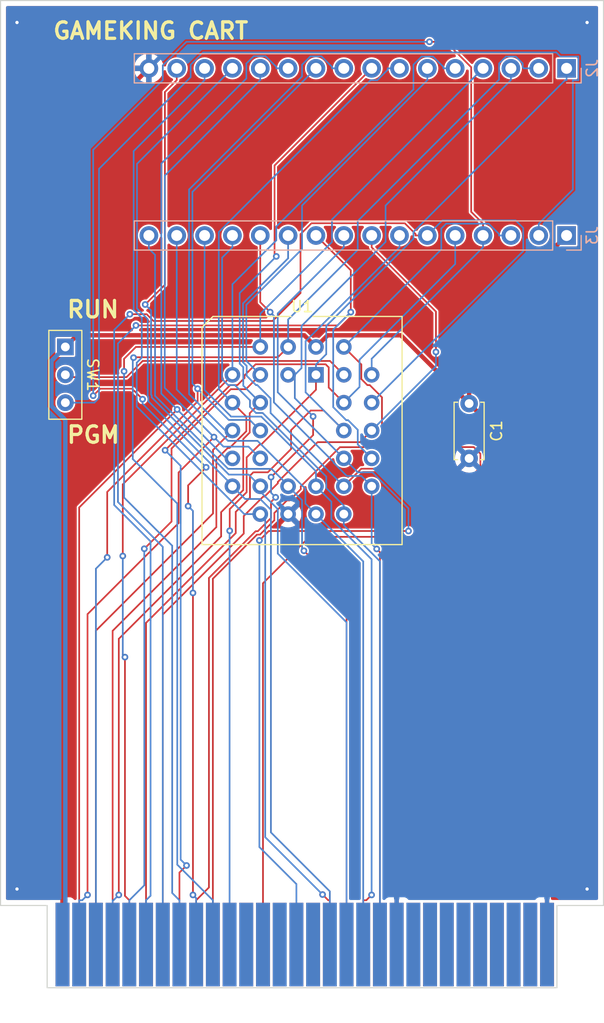
<source format=kicad_pcb>
(kicad_pcb (version 20221018) (generator pcbnew)
  (layers (0 "F.Cu" signal) (31 "B.Cu" signal) (34 "B.Paste" user) (35 "F.Paste" user) (36 "B.SilkS" user "B.Silkscreen") (37 "F.SilkS" user "F.Silkscreen") (38 "B.Mask" user) (39 "F.Mask" user) (44 "Edge.Cuts" user))
  (net 0 "")
  (net 1 "+5V")
  (net 2 "GND")
  (net 11 "D7")
  (net 12 "D5")
  (net 13 "D3")
  (net 14 "D1")
  (net 18 "~{CE}")
  (net 21 "A17")
  (net 22 "A15")
  (net 23 "A13")
  (net 24 "A11")
  (net 25 "A9")
  (net 26 "A7")
  (net 27 "A5")
  (net 28 "A3")
  (net 29 "A1")
  (net 30 "A18")
  (net 31 "A16")
  (net 32 "A12")
  (net 33 "A6")
  (net 34 "A4")
  (net 35 "A2")
  (net 36 "A0")
  (net 37 "D0")
  (net 38 "D2")
  (net 39 "~{PGM}")
  (net 40 "A14")
  (net 41 "A8")
  (net 42 "~{OE}")
  (net 43 "A10")
  (net 44 "D6")
  (net 45 "D4")
  (net 58 "Net-(SW1-B)")
  (footprint "Package_LCC:PLCC-32_THT-Socket" (layer "F.Cu") (at 151.27 94.12)
    (fp_text reference "U1")
    (fp_text value "SST39SF040")
  )
  (footprint "footprints:GameKing" (layer "F.Cu") (at 150.248 149.873)
    (fp_text reference "J1" hide)
    (fp_text value "~")
  )
  (footprint "Capacitor_THT:C_Disc_D5.0mm_W2.5mm_P5.00mm" (layer "F.Cu") (at 165.24 96.74 -90)
    (fp_text reference "C1")
    (fp_text value "0.01uF")
  )
  (footprint "footprints:SlideSW" (layer "F.Cu") (at 128.41 94.12 -90)
    (fp_text reference "SW1")
    (fp_text value "SS-12D00G3")
  )
  (footprint "Connector_PinHeader_2.54mm:PinHeader_1x16_P2.54mm_Vertical" (layer "B.Cu") (at 174.13 81.42 90)
    (fp_text reference "J3")
    (fp_text value "Conn_01x16_Pin" hide)
  )
  (footprint "Connector_PinHeader_2.54mm:PinHeader_1x16_P2.54mm_Vertical" (layer "B.Cu") (at 174.13 66.18 90)
    (fp_text reference "J2")
    (fp_text value "Conn_01x16_Pin" hide)
  )
  (gr_line (start 126.75 150) (end 126.75 142.5) (stroke (width 0.1)) (layer "Edge.Cuts"))
  (gr_line (start 122.5 60) (end 177.5 60) (stroke (width 0.1)) (layer "Edge.Cuts"))
  (gr_line (start 177.5 60) (end 177.5 142.5) (stroke (width 0.1)) (layer "Edge.Cuts"))
  (gr_line (start 177.5 142.5) (end 173.25 142.5) (stroke (width 0.1)) (layer "Edge.Cuts"))
  (gr_line (start 126.75 142.5) (end 122.5 142.5) (stroke (width 0.1)) (layer "Edge.Cuts"))
  (gr_line (start 122.5 142.5) (end 122.5 60) (stroke (width 0.1)) (layer "Edge.Cuts"))
  (gr_line (start 173.25 150) (end 126.75 150) (stroke (width 0.1)) (layer "Edge.Cuts"))
  (gr_line (start 173.25 142.5) (end 173.25 150) (stroke (width 0.1)) (layer "Edge.Cuts"))
  (gr_text "PGM" (at 128.41 100.47) (layer "F.SilkS") (effects (font (size 1.5 1.5) (thickness 0.3) bold) (justify left bottom)))
  (gr_text "GAMEKING CART" (at 127.14 63.64) (layer "F.SilkS") (effects (font (size 1.5 1.5) (thickness 0.3) bold) (justify left bottom)))
  (gr_text "RUN" (at 128.41 89.04) (layer "F.SilkS") (effects (font (size 1.5 1.5) (thickness 0.3) bold) (justify left bottom)))
  (segment (start 165.24 96.74) (end 165.24 90.31) (width 0.4) (layer "F.Cu") (net 1))
  (segment (start 172.346 103.846) (end 165.24 96.74) (width 0.4) (layer "F.Cu") (net 1))
  (segment (start 172.346 146.063) (end 172.346 139.326) (width 0.4) (layer "F.Cu") (net 1))
  (segment (start 129.474 90.5164) (end 150.206 90.5164) (width 0.4) (layer "F.Cu") (net 1))
  (segment (start 165.24 90.31) (end 174.13 81.42) (width 0.4) (layer "F.Cu") (net 1))
  (segment (start 158.89 139.205) (end 158.63 139.465) (width 0.4) (layer "F.Cu") (net 1))
  (segment (start 152.334 90.5164) (end 159.016 90.5164) (width 0.4) (layer "F.Cu") (net 1))
  (segment (start 172.346 146.063) (end 172.346 139.326) (width 0.4) (layer "F.Cu") (net 1))
  (segment (start 158.63 139.465) (end 158.63 146.063) (width 0.4) (layer "F.Cu") (net 1))
  (segment (start 172.346 139.326) (end 172.346 103.846) (width 0.4) (layer "F.Cu") (net 1))
  (segment (start 172.225 139.205) (end 158.89 139.205) (width 0.4) (layer "F.Cu") (net 1))
  (segment (start 159.016 90.5164) (end 165.24 96.74) (width 0.4) (layer "F.Cu") (net 1))
  (segment (start 150.206 90.5164) (end 151.27 91.58) (width 0.4) (layer "F.Cu") (net 1))
  (segment (start 128.41 91.58) (end 129.474 90.5164) (width 0.4) (layer "F.Cu") (net 1))
  (segment (start 151.27 91.58) (end 152.334 90.5164) (width 0.4) (layer "F.Cu") (net 1))
  (segment (start 172.346 139.326) (end 172.225 139.205) (width 0.4) (layer "F.Cu") (net 1))
  (segment (start 127.14 96.966) (end 127.14 92.85) (width 0.4) (layer "B.Cu") (net 1))
  (segment (start 127.14 92.85) (end 128.41 91.58) (width 0.4) (layer "B.Cu") (net 1))
  (segment (start 128.41 98.236) (end 127.14 96.966) (width 0.4) (layer "B.Cu") (net 1))
  (segment (start 128.41 145.803) (end 128.41 98.236) (width 0.4) (layer "B.Cu") (net 1))
  (segment (start 128.15 146.063) (end 128.41 145.803) (width 0.4) (layer "B.Cu") (net 1))
  (segment (start 159.096 107.884) (end 149.794 107.884) (width 0.4) (layer "F.Cu") (net 2))
  (segment (start 127.296 126.546) (end 128.15 127.4) (width 0.4) (layer "F.Cu") (net 2))
  (segment (start 165.24 101.74) (end 159.096 107.884) (width 0.4) (layer "F.Cu") (net 2))
  (segment (start 128.15 127.4) (end 128.15 146.063) (width 0.4) (layer "F.Cu") (net 2))
  (segment (start 149.794 107.884) (end 148.73 106.82) (width 0.4) (layer "F.Cu") (net 2))
  (segment (start 127.296 74.9144) (end 127.296 126.546) (width 0.4) (layer "F.Cu") (net 2))
  (segment (start 136.03 66.18) (end 127.296 74.9144) (width 0.4) (layer "F.Cu") (net 2))
  (via (at 124 141) (size 0.605) (drill 0.3) (layers "F.Cu" "B.Cu") (net 2))
  (via (at 124 62) (size 0.605) (drill 0.3) (layers "F.Cu" "B.Cu") (net 2))
  (via (at 176 141) (size 0.605) (drill 0.3) (layers "F.Cu" "B.Cu") (net 2))
  (via (at 176 62) (size 0.605) (drill 0.3) (layers "F.Cu" "B.Cu") (net 2))
  (segment (start 172.225 139.205) (end 158.89 139.205) (width 0.4) (layer "B.Cu") (net 2))
  (segment (start 176.035 90.945) (end 165.24 101.74) (width 0.4) (layer "B.Cu") (net 2))
  (segment (start 136.03 66.18) (end 139.84 62.37) (width 0.4) (layer "B.Cu") (net 2))
  (segment (start 172.346 139.326) (end 172.346 108.846) (width 0.4) (layer "B.Cu") (net 2))
  (segment (start 175.63 62.37) (end 176 62) (width 0.4) (layer "B.Cu") (net 2))
  (segment (start 172.346 146.063) (end 172.346 139.84) (width 0.4) (layer "B.Cu") (net 2))
  (segment (start 172.346 139.84) (end 172.346 139.326) (width 0.4) (layer "B.Cu") (net 2))
  (segment (start 158.89 139.205) (end 158.63 139.465) (width 0.4) (layer "B.Cu") (net 2))
  (segment (start 172.346 139.84) (end 172.346 139.326) (width 0.4) (layer "B.Cu") (net 2))
  (segment (start 176 62) (end 176.035 62.37) (width 0.4) (layer "B.Cu") (net 2))
  (segment (start 172.346 108.846) (end 165.24 101.74) (width 0.4) (layer "B.Cu") (net 2))
  (segment (start 172.346 139.326) (end 172.225 139.205) (width 0.4) (layer "B.Cu") (net 2))
  (segment (start 139.84 62.37) (end 175.63 62.37) (width 0.4) (layer "B.Cu") (net 2))
  (segment (start 176.035 62.37) (end 176.035 90.945) (width 0.4) (layer "B.Cu") (net 2))
  (segment (start 158.63 139.465) (end 158.63 146.063) (width 0.4) (layer "B.Cu") (net 2))
  (segment (start 146.19 81.42) (end 146.19 87.5024) (width 0.1524) (layer "F.Cu") (net 11))
  (segment (start 146.19 87.5024) (end 147.0926 88.405) (width 0.1524) (layer "F.Cu") (net 11))
  (segment (start 157.106 146.063) (end 157.106 110.2933) (width 0.1524) (layer "F.Cu") (net 11))
  (segment (start 157.106 110.2933) (end 156.8077 109.995) (width 0.1524) (layer "F.Cu") (net 11))
  (via (at 156.8077 109.995) (size 0.605) (drill 0.3) (layers "F.Cu" "B.Cu") (net 11))
  (via (at 147.0926 88.405) (size 0.605) (drill 0.3) (layers "F.Cu" "B.Cu") (net 11))
  (segment (start 154.081122 103.3402) (end 152.8702 102.129278) (width 0.1524) (layer "B.Cu") (net 11))
  (segment (start 156.35 104.28) (end 156.35 109.5373) (width 0.1524) (layer "B.Cu") (net 11))
  (segment (start 152.8702 102.0702) (end 147.4346 96.6346) (width 0.1524) (layer "B.Cu") (net 11))
  (segment (start 147.4346 96.6346) (end 147.4346 88.747) (width 0.1524) (layer "B.Cu") (net 11))
  (segment (start 156.35 104.28) (end 155.4102 103.3402) (width 0.1524) (layer "B.Cu") (net 11))
  (segment (start 152.8702 102.129278) (end 152.8702 102.0702) (width 0.1524) (layer "B.Cu") (net 11))
  (segment (start 155.4102 103.3402) (end 154.081122 103.3402) (width 0.1524) (layer "B.Cu") (net 11))
  (segment (start 147.4346 88.747) (end 147.0926 88.405) (width 0.1524) (layer "B.Cu") (net 11))
  (segment (start 156.35 109.5373) (end 156.8077 109.995) (width 0.1524) (layer "B.Cu") (net 11))
  (segment (start 156.344 141.5399) (end 155.8596 142.0243) (width 0.1524) (layer "F.Cu") (net 12))
  (segment (start 155.582 146.063) (end 155.582 142.0243) (width 0.1524) (layer "F.Cu") (net 12))
  (segment (start 155.8596 142.0243) (end 155.582 142.0243) (width 0.1524) (layer "F.Cu") (net 12))
  (via (at 156.344 141.5399) (size 0.605) (drill 0.3) (layers "F.Cu" "B.Cu") (net 12))
  (segment (start 151.27 104.28) (end 151.27 102.9171) (width 0.1524) (layer "B.Cu") (net 12))
  (segment (start 141.11 81.42) (end 141.11 82.4987) (width 0.1524) (layer "B.Cu") (net 12))
  (segment (start 143.5338 97.93) (end 141.11 95.5062) (width 0.1524) (layer "B.Cu") (net 12))
  (segment (start 151.27 104.28) (end 152.6749 105.6849) (width 0.1524) (layer "B.Cu") (net 12))
  (segment (start 152.6749 105.6849) (end 152.6749 107.2749) (width 0.1524) (layer "B.Cu") (net 12))
  (segment (start 152.6749 107.2749) (end 156.344 110.944) (width 0.1524) (layer "B.Cu") (net 12))
  (segment (start 146.2829 97.93) (end 143.5338 97.93) (width 0.1524) (layer "B.Cu") (net 12))
  (segment (start 151.27 102.9171) (end 146.2829 97.93) (width 0.1524) (layer "B.Cu") (net 12))
  (segment (start 156.344 110.944) (end 156.344 141.5399) (width 0.1524) (layer "B.Cu") (net 12))
  (segment (start 141.11 95.5062) (end 141.11 82.4987) (width 0.1524) (layer "B.Cu") (net 12))
  (segment (start 150.1715 110.1621) (end 154.058 114.0486) (width 0.1524) (layer "F.Cu") (net 13))
  (segment (start 154.058 114.0486) (end 154.058 146.063) (width 0.1524) (layer "F.Cu") (net 13))
  (via (at 150.1715 110.1621) (size 0.605) (drill 0.3) (layers "F.Cu" "B.Cu") (net 13))
  (segment (start 136.03 81.42) (end 136.03 82.622081) (width 0.1524) (layer "B.Cu") (net 13))
  (segment (start 150.0001 109.9907) (end 150.1715 110.1621) (width 0.1524) (layer "B.Cu") (net 13))
  (segment (start 136.592702 83.184783) (end 136.592702 96.032402) (width 0.1524) (layer "B.Cu") (net 13))
  (segment (start 143.2543 102.694) (end 147.2175 102.694) (width 0.1524) (layer "B.Cu") (net 13))
  (segment (start 148.73 104.2065) (end 148.73 104.28) (width 0.1524) (layer "B.Cu") (net 13))
  (segment (start 150.0001 105.5501) (end 150.0001 109.9907) (width 0.1524) (layer "B.Cu") (net 13))
  (segment (start 136.592702 96.032402) (end 143.2543 102.694) (width 0.1524) (layer "B.Cu") (net 13))
  (segment (start 148.73 104.28) (end 150.0001 105.5501) (width 0.1524) (layer "B.Cu") (net 13))
  (segment (start 136.03 82.622081) (end 136.592702 83.184783) (width 0.1524) (layer "B.Cu") (net 13))
  (segment (start 147.2175 102.694) (end 148.73 104.2065) (width 0.1524) (layer "B.Cu") (net 13))
  (segment (start 152.3914 142.0243) (end 152.534 142.0243) (width 0.1524) (layer "F.Cu") (net 14))
  (segment (start 151.8707 141.5036) (end 152.3914 142.0243) (width 0.1524) (layer "F.Cu") (net 14))
  (segment (start 152.534 146.063) (end 152.534 142.0243) (width 0.1524) (layer "F.Cu") (net 14))
  (via (at 151.8707 141.5036) (size 0.605) (drill 0.3) (layers "F.Cu" "B.Cu") (net 14))
  (segment (start 135.3809 88.9341) (end 134.6405 88.1937) (width 0.1524) (layer "B.Cu") (net 14))
  (segment (start 146.6418 136.2747) (end 151.8707 141.5036) (width 0.1524) (layer "B.Cu") (net 14))
  (segment (start 146.19 106.82) (end 146.6418 107.2718) (width 0.1524) (layer "B.Cu") (net 14))
  (segment (start 134.6405 88.1937) (end 134.6405 73.7282) (width 0.1524) (layer "B.Cu") (net 14))
  (segment (start 134.9229 97.0114) (end 134.9229 93.0148) (width 0.1524) (layer "B.Cu") (net 14))
  (segment (start 134.6405 73.7282) (end 141.11 67.2587) (width 0.1524) (layer "B.Cu") (net 14))
  (segment (start 146.6418 107.2718) (end 146.6418 136.2747) (width 0.1524) (layer "B.Cu") (net 14))
  (segment (start 146.19 106.82) (end 144.7315 106.82) (width 0.1524) (layer "B.Cu") (net 14))
  (segment (start 141.11 67.2587) (end 141.11 66.18) (width 0.1524) (layer "B.Cu") (net 14))
  (segment (start 134.9229 93.0148) (end 135.3809 92.5568) (width 0.1524) (layer "B.Cu") (net 14))
  (segment (start 135.3809 92.5568) (end 135.3809 88.9341) (width 0.1524) (layer "B.Cu") (net 14))
  (segment (start 144.7315 106.82) (end 134.9229 97.0114) (width 0.1524) (layer "B.Cu") (net 14))
  (segment (start 150.6696 108.8929) (end 159.9279 108.8929) (width 0.1524) (layer "F.Cu") (net 18))
  (segment (start 155.4102 102.6798) (end 153.81 104.28) (width 0.1524) (layer "F.Cu") (net 18))
  (segment (start 156.739278 102.6798) (end 155.4102 102.6798) (width 0.1524) (layer "F.Cu") (net 18))
  (segment (start 166.2686 102.5522) (end 166.2686 101.313939) (width 0.1524) (layer "F.Cu") (net 18))
  (segment (start 159.9279 108.8929) (end 166.2686 102.5522) (width 0.1524) (layer "F.Cu") (net 18))
  (segment (start 158.707678 100.7114) (end 156.739278 102.6798) (width 0.1524) (layer "F.Cu") (net 18))
  (segment (start 146.438 113.1245) (end 150.6696 108.8929) (width 0.1524) (layer "F.Cu") (net 18))
  (segment (start 166.2686 101.313939) (end 165.666061 100.7114) (width 0.1524) (layer "F.Cu") (net 18))
  (segment (start 146.438 146.063) (end 146.438 113.1245) (width 0.1524) (layer "F.Cu") (net 18))
  (segment (start 165.666061 100.7114) (end 158.707678 100.7114) (width 0.1524) (layer "F.Cu") (net 18))
  (segment (start 144.615699 87.613055) (end 144.615699 92.976046) (width 0.1524) (layer "B.Cu") (net 18))
  (segment (start 144.945899 94.204977) (end 145.800722 95.0598) (width 0.1524) (layer "B.Cu") (net 18))
  (segment (start 144.945899 93.306245) (end 144.945899 94.204977) (width 0.1524) (layer "B.Cu") (net 18))
  (segment (start 145.800722 95.0598) (end 145.918878 95.0598) (width 0.1524) (layer "B.Cu") (net 18))
  (segment (start 148.73 83.498754) (end 144.615699 87.613055) (width 0.1524) (layer "B.Cu") (net 18))
  (segment (start 145.918878 95.0598) (end 147.1298 96.270722) (width 0.1524) (layer "B.Cu") (net 18))
  (segment (start 147.1298 96.270722) (end 147.1298 97.5998) (width 0.1524) (layer "B.Cu") (net 18))
  (segment (start 148.73 81.42) (end 148.73 83.498754) (width 0.1524) (layer "B.Cu") (net 18))
  (segment (start 144.615699 92.976046) (end 144.945899 93.306245) (width 0.1524) (layer "B.Cu") (net 18))
  (segment (start 147.1298 97.5998) (end 153.81 104.28) (width 0.1524) (layer "B.Cu") (net 18))
  (segment (start 157.2898 99.589278) (end 156.383179 100.495899) (width 0.1524) (layer "F.Cu") (net 21))
  (segment (start 155.960722 95.0598) (end 156.1779 95.0598) (width 0.1524) (layer "F.Cu") (net 21))
  (segment (start 155.4102 93.1802) (end 155.4102 94.509278) (width 0.1524) (layer "F.Cu") (net 21))
  (segment (start 148.86 105.5752) (end 148.6179 105.5752) (width 0.1524) (layer "F.Cu") (net 21))
  (segment (start 147.4753 106.7178) (end 147.4753 107.3757) (width 0.1524) (layer "F.Cu") (net 21))
  (segment (start 157.2898 96.1717) (end 157.2898 99.589278) (width 0.1524) (layer "F.Cu") (net 21))
  (segment (start 145.8905 108.6885) (end 141.866 112.713) (width 0.1524) (layer "F.Cu") (net 21))
  (segment (start 153.4536 100.7198) (end 149.883 104.2904) (width 0.1524) (layer "F.Cu") (net 21))
  (segment (start 156.383179 100.495899) (end 155.834677 100.495899) (width 0.1524) (layer "F.Cu") (net 21))
  (segment (start 141.866 112.713) (end 141.866 146.063) (width 0.1524) (layer "F.Cu") (net 21))
  (segment (start 149.883 104.2904) (end 149.883 104.5522) (width 0.1524) (layer "F.Cu") (net 21))
  (segment (start 147.4753 107.3757) (end 146.1625 108.6885) (width 0.1524) (layer "F.Cu") (net 21))
  (segment (start 156.1779 95.0598) (end 157.2898 96.1717) (width 0.1524) (layer "F.Cu") (net 21))
  (segment (start 155.610776 100.7198) (end 153.4536 100.7198) (width 0.1524) (layer "F.Cu") (net 21))
  (segment (start 149.883 104.5522) (end 148.86 105.5752) (width 0.1524) (layer "F.Cu") (net 21))
  (segment (start 153.81 91.58) (end 155.4102 93.1802) (width 0.1524) (layer "F.Cu") (net 21))
  (segment (start 155.834677 100.495899) (end 155.610776 100.7198) (width 0.1524) (layer "F.Cu") (net 21))
  (segment (start 148.6179 105.5752) (end 147.4753 106.7178) (width 0.1524) (layer "F.Cu") (net 21))
  (segment (start 155.4102 94.509278) (end 155.960722 95.0598) (width 0.1524) (layer "F.Cu") (net 21))
  (segment (start 146.1625 108.6885) (end 145.8905 108.6885) (width 0.1524) (layer "F.Cu") (net 21))
  (segment (start 162.7 80.785) (end 162.7 82.69) (width 0.1524) (layer "B.Cu") (net 21))
  (segment (start 167.9713 81.2852) (end 167.0275 80.3414) (width 0.1524) (layer "B.Cu") (net 21))
  (segment (start 162.7 82.69) (end 153.81 91.58) (width 0.1524) (layer "B.Cu") (net 21))
  (segment (start 169.05 81.42) (end 167.9713 81.42) (width 0.1524) (layer "B.Cu") (net 21))
  (segment (start 167.9713 81.42) (end 167.9713 81.2852) (width 0.1524) (layer "B.Cu") (net 21))
  (segment (start 167.0275 80.3414) (end 163.1436 80.3414) (width 0.1524) (layer "B.Cu") (net 21))
  (segment (start 163.1436 80.3414) (end 162.7 80.785) (width 0.1524) (layer "B.Cu") (net 21))
  (segment (start 147.1703 107.174) (end 147.1703 105.711) (width 0.1524) (layer "F.Cu") (net 22))
  (segment (start 147.1703 105.711) (end 147.5908 105.2905) (width 0.1524) (layer "F.Cu") (net 22))
  (segment (start 141.5073 112.6404) (end 145.7641 108.3836) (width 0.1524) (layer "F.Cu") (net 22))
  (segment (start 151.0101 99.613904) (end 147.175714 103.44829) (width 0.1524) (layer "F.Cu") (net 22))
  (segment (start 145.9607 108.3836) (end 147.1703 107.174) (width 0.1524) (layer "F.Cu") (net 22))
  (segment (start 140.342 142.0243) (end 141.5073 140.859) (width 0.1524) (layer "F.Cu") (net 22))
  (segment (start 145.7641 108.3836) (end 145.9607 108.3836) (width 0.1524) (layer "F.Cu") (net 22))
  (segment (start 140.342 146.063) (end 140.342 142.0243) (width 0.1524) (layer "F.Cu") (net 22))
  (segment (start 151.0101 97.9152) (end 151.0101 99.613904) (width 0.1524) (layer "F.Cu") (net 22))
  (segment (start 141.5073 140.859) (end 141.5073 112.6404) (width 0.1524) (layer "F.Cu") (net 22))
  (via (at 151.0101 97.9152) (size 0.605) (drill 0.3) (layers "F.Cu" "B.Cu") (net 22))
  (via (at 147.5908 105.2905) (size 0.605) (drill 0.3) (layers "F.Cu" "B.Cu") (net 22))
  (via (at 147.175714 103.44829) (size 0.605) (drill 0.3) (layers "F.Cu" "B.Cu") (net 22))
  (segment (start 147.175714 104.875414) (end 147.175714 103.44829) (width 0.1524) (layer "B.Cu") (net 22))
  (segment (start 149.3414 94.12) (end 148.73 94.12) (width 0.1524) (layer "B.Cu") (net 22))
  (segment (start 149.3414 94.12) (end 149.3414 96.2465) (width 0.1524) (layer "B.Cu") (net 22))
  (segment (start 169.05 67.2587) (end 157.62 78.6887) (width 0.1524) (layer "B.Cu") (net 22))
  (segment (start 147.5908 105.2905) (end 147.175714 104.875414) (width 0.1524) (layer "B.Cu") (net 22))
  (segment (start 157.62 78.6887) (end 157.62 82.0041) (width 0.1524) (layer "B.Cu") (net 22))
  (segment (start 149.3414 96.2465) (end 151.0101 97.9152) (width 0.1524) (layer "B.Cu") (net 22))
  (segment (start 149.9527 89.6714) (end 149.9527 93.5087) (width 0.1524) (layer "B.Cu") (net 22))
  (segment (start 149.9527 93.5087) (end 149.3414 94.12) (width 0.1524) (layer "B.Cu") (net 22))
  (segment (start 169.05 66.18) (end 169.05 67.2587) (width 0.1524) (layer "B.Cu") (net 22))
  (segment (start 157.62 82.0041) (end 149.9527 89.6714) (width 0.1524) (layer "B.Cu") (net 22))
  (segment (start 143.4478 95.06) (end 137.5096 100.9982) (width 0.1524) (layer "F.Cu") (net 23))
  (segment (start 153.81 96.66) (end 152.4321 95.2821) (width 0.1524) (layer "F.Cu") (net 23))
  (segment (start 144.1054 95.06) (end 143.4478 95.06) (width 0.1524) (layer "F.Cu") (net 23))
  (segment (start 139.4638 138.8551) (end 138.818 139.5009) (width 0.1524) (layer "F.Cu") (net 23))
  (segment (start 152.4321 93.4427) (end 152.1513 93.1619) (width 0.1524) (layer "F.Cu") (net 23))
  (segment (start 145.7656 93.1619) (end 144.7556 94.1719) (width 0.1524) (layer "F.Cu") (net 23))
  (segment (start 144.7556 94.1719) (end 144.7556 94.4098) (width 0.1524) (layer "F.Cu") (net 23))
  (segment (start 144.7556 94.4098) (end 144.1054 95.06) (width 0.1524) (layer "F.Cu") (net 23))
  (segment (start 152.4321 95.2821) (end 152.4321 93.4427) (width 0.1524) (layer "F.Cu") (net 23))
  (segment (start 138.818 139.5009) (end 138.818 146.063) (width 0.1524) (layer "F.Cu") (net 23))
  (segment (start 152.1513 93.1619) (end 145.7656 93.1619) (width 0.1524) (layer "F.Cu") (net 23))
  (via (at 137.5096 100.9982) (size 0.605) (drill 0.3) (layers "F.Cu" "B.Cu") (net 23))
  (via (at 139.4638 138.8551) (size 0.605) (drill 0.3) (layers "F.Cu" "B.Cu") (net 23))
  (segment (start 155.2451 95.2249) (end 153.81 96.66) (width 0.1524) (layer "B.Cu") (net 23))
  (segment (start 155.2451 92.7403) (end 155.2451 95.2249) (width 0.1524) (layer "B.Cu") (net 23))
  (segment (start 163.97 81.42) (end 163.97 84.0154) (width 0.1524) (layer "B.Cu") (net 23))
  (segment (start 138.9267 138.318) (end 139.4638 138.8551) (width 0.1524) (layer "B.Cu") (net 23))
  (segment (start 163.97 84.0154) (end 155.2451 92.7403) (width 0.1524) (layer "B.Cu") (net 23))
  (segment (start 138.9267 102.4153) (end 138.9267 138.318) (width 0.1524) (layer "B.Cu") (net 23))
  (segment (start 137.5096 100.9982) (end 138.9267 102.4153) (width 0.1524) (layer "B.Cu") (net 23))
  (segment (start 137.294 115.9829) (end 137.294 146.063) (width 0.1524) (layer "F.Cu") (net 24))
  (segment (start 147.7901 104.0092) (end 146.5794 105.2199) (width 0.1524) (layer "F.Cu") (net 24))
  (segment (start 144.6819 106.9966) (end 144.6819 108.595) (width 0.1524) (layer "F.Cu") (net 24))
  (segment (start 144.6819 108.595) (end 137.294 115.9829) (width 0.1524) (layer "F.Cu") (net 24))
  (segment (start 146.5794 105.2199) (end 146.4586 105.2199) (width 0.1524) (layer "F.Cu") (net 24))
  (segment (start 156.35 99.2) (end 155.2893 100.2607) (width 0.1524) (layer "F.Cu") (net 24))
  (segment (start 156.35 82.4987) (end 162.2135 88.3622) (width 0.1524) (layer "F.Cu") (net 24))
  (segment (start 156.35 81.42) (end 156.35 82.4987) (width 0.1524) (layer "F.Cu") (net 24))
  (segment (start 162.2135 88.3622) (end 162.2135 92.0392) (width 0.1524) (layer "F.Cu") (net 24))
  (segment (start 151.4201 100.2607) (end 147.7901 103.8907) (width 0.1524) (layer "F.Cu") (net 24))
  (segment (start 147.7901 103.8907) (end 147.7901 104.0092) (width 0.1524) (layer "F.Cu") (net 24))
  (segment (start 155.2893 100.2607) (end 151.4201 100.2607) (width 0.1524) (layer "F.Cu") (net 24))
  (segment (start 146.4586 105.2199) (end 144.6819 106.9966) (width 0.1524) (layer "F.Cu") (net 24))
  (via (at 162.2135 92.0392) (size 0.605) (drill 0.3) (layers "F.Cu" "B.Cu") (net 24))
  (segment (start 162.2135 93.3365) (end 156.35 99.2) (width 0.1524) (layer "B.Cu") (net 24))
  (segment (start 162.2135 92.0392) (end 162.2135 93.3365) (width 0.1524) (layer "B.Cu") (net 24))
  (segment (start 145.555 103.01) (end 145.25 103.315) (width 0.1524) (layer "F.Cu") (net 25))
  (segment (start 148.9974 100.88925) (end 146.87665 103.01) (width 0.1524) (layer "F.Cu") (net 25))
  (segment (start 151.9866 97.3766) (end 150.7888 97.3766) (width 0.1524) (layer "F.Cu") (net 25))
  (segment (start 150.7888 97.3766) (end 148.9974 99.168) (width 0.1524) (layer "F.Cu") (net 25))
  (segment (start 146.87665 103.01) (end 145.555 103.01) (width 0.1524) (layer "F.Cu") (net 25))
  (segment (start 148.9974 99.168) (end 148.9974 100.88925) (width 0.1524) (layer "F.Cu") (net 25))
  (segment (start 145.25 103.315) (end 145.25 105.3212) (width 0.1524) (layer "F.Cu") (net 25))
  (segment (start 135.77 116.7352) (end 135.77 146.063) (width 0.1524) (layer "F.Cu") (net 25))
  (segment (start 143.9514 108.5538) (end 135.77 116.7352) (width 0.1524) (layer "F.Cu") (net 25))
  (segment (start 143.9514 106.6198) (end 143.9514 108.5538) (width 0.1524) (layer "F.Cu") (net 25))
  (segment (start 153.81 99.2) (end 151.9866 97.3766) (width 0.1524) (layer "F.Cu") (net 25))
  (segment (start 145.25 105.3212) (end 143.9514 106.6198) (width 0.1524) (layer "F.Cu") (net 25))
  (segment (start 150.3245 95.7145) (end 153.81 99.2) (width 0.1524) (layer "B.Cu") (net 25))
  (segment (start 158.89 81.42) (end 158.89 82.4987) (width 0.1524) (layer "B.Cu") (net 25))
  (segment (start 158.89 82.4987) (end 150.3245 91.0642) (width 0.1524) (layer "B.Cu") (net 25))
  (segment (start 150.3245 91.0642) (end 150.3245 95.7145) (width 0.1524) (layer "B.Cu") (net 25))
  (segment (start 133.8468 141.6251) (end 134.246 142.0243) (width 0.1524) (layer "F.Cu") (net 26))
  (segment (start 141.0305 96.7261) (end 141.0517 96.7261) (width 0.1524) (layer "F.Cu") (net 26))
  (segment (start 141.0517 96.7261) (end 143.65 94.1278) (width 0.1524) (layer "F.Cu") (net 26))
  (segment (start 133.6478 110.6395) (end 133.6478 104.1088) (width 0.1524) (layer "F.Cu") (net 26))
  (segment (start 133.6478 104.1088) (end 141.0305 96.7261) (width 0.1524) (layer "F.Cu") (net 26))
  (segment (start 143.65 94.1278) (end 143.65 94.12) (width 0.1524) (layer "F.Cu") (net 26))
  (segment (start 134.246 146.063) (end 134.246 142.0243) (width 0.1524) (layer "F.Cu") (net 26))
  (segment (start 133.8468 119.8586) (end 133.8468 141.6251) (width 0.1524) (layer "F.Cu") (net 26))
  (via (at 133.8468 119.8586) (size 0.605) (drill 0.3) (layers "F.Cu" "B.Cu") (net 26))
  (via (at 133.6478 110.6395) (size 0.605) (drill 0.3) (layers "F.Cu" "B.Cu") (net 26))
  (segment (start 162.8913 66.0452) (end 161.9475 65.1014) (width 0.1524) (layer "B.Cu") (net 26))
  (segment (start 160.9089 65.1014) (end 160.16 65.8503) (width 0.1524) (layer "B.Cu") (net 26))
  (segment (start 133.6478 119.6596) (end 133.8468 119.8586) (width 0.1524) (layer "B.Cu") (net 26))
  (segment (start 160.16 65.8503) (end 160.16 68.097648) (width 0.1524) (layer "B.Cu") (net 26))
  (segment (start 147.6514 81.8636) (end 143.65 85.865) (width 0.1524) (layer "B.Cu") (net 26))
  (segment (start 147.6514 80.606248) (end 147.6514 81.8636) (width 0.1524) (layer "B.Cu") (net 26))
  (segment (start 161.9475 65.1014) (end 160.9089 65.1014) (width 0.1524) (layer "B.Cu") (net 26))
  (segment (start 163.97 66.18) (end 162.8913 66.18) (width 0.1524) (layer "B.Cu") (net 26))
  (segment (start 162.8913 66.18) (end 162.8913 66.0452) (width 0.1524) (layer "B.Cu") (net 26))
  (segment (start 143.65 85.865) (end 143.65 94.12) (width 0.1524) (layer "B.Cu") (net 26))
  (segment (start 160.16 68.097648) (end 147.6514 80.606248) (width 0.1524) (layer "B.Cu") (net 26))
  (segment (start 133.6478 110.6395) (end 133.6478 119.6596) (width 0.1524) (layer "B.Cu") (net 26))
  (segment (start 132.722 117.4662) (end 132.722 146.063) (width 0.1524) (layer "F.Cu") (net 27))
  (segment (start 142.1848 108.0034) (end 132.722 117.4662) (width 0.1524) (layer "F.Cu") (net 27))
  (segment (start 142.1848 101.827) (end 142.1848 108.0034) (width 0.1524) (layer "F.Cu") (net 27))
  (segment (start 143.2203 100.7915) (end 142.1848 101.827) (width 0.1524) (layer "F.Cu") (net 27))
  (segment (start 143.3878 100.7915) (end 143.2203 100.7915) (width 0.1524) (layer "F.Cu") (net 27))
  (segment (start 143.65 96.66) (end 144.92 97.93) (width 0.1524) (layer "F.Cu") (net 27))
  (segment (start 144.92 99.2593) (end 143.3878 100.7915) (width 0.1524) (layer "F.Cu") (net 27))
  (segment (start 144.92 97.93) (end 144.92 99.2593) (width 0.1524) (layer "F.Cu") (net 27))
  (segment (start 142.4051 95.4151) (end 142.4051 81.106) (width 0.1524) (layer "B.Cu") (net 27))
  (segment (start 143.65 96.66) (end 142.4051 95.4151) (width 0.1524) (layer "B.Cu") (net 27))
  (segment (start 142.4051 81.106) (end 156.2524 67.2587) (width 0.1524) (layer "B.Cu") (net 27))
  (segment (start 156.8676 67.2587) (end 157.8113 66.315) (width 0.1524) (layer "B.Cu") (net 27))
  (segment (start 156.2524 67.2587) (end 156.8676 67.2587) (width 0.1524) (layer "B.Cu") (net 27))
  (segment (start 157.8113 66.315) (end 157.8113 66.18) (width 0.1524) (layer "B.Cu") (net 27))
  (segment (start 158.89 66.18) (end 157.8113 66.18) (width 0.1524) (layer "B.Cu") (net 27))
  (segment (start 143.65 99.2) (end 141.8798 100.9702) (width 0.1524) (layer "F.Cu") (net 28))
  (segment (start 131.198 117.4442) (end 131.198 146.063) (width 0.1524) (layer "F.Cu") (net 28))
  (segment (start 141.8798 106.7624) (end 131.198 117.4442) (width 0.1524) (layer "F.Cu") (net 28))
  (segment (start 141.8798 100.9702) (end 141.8798 106.7624) (width 0.1524) (layer "F.Cu") (net 28))
  (segment (start 152.7313 66.18) (end 152.7313 66.0452) (width 0.1524) (layer "B.Cu") (net 28))
  (segment (start 152.7313 66.0452) (end 151.769 65.0829) (width 0.1524) (layer "B.Cu") (net 28))
  (segment (start 139.6954 95.8848) (end 143.0106 99.2) (width 0.1524) (layer "B.Cu") (net 28))
  (segment (start 153.81 66.18) (end 152.7313 66.18) (width 0.1524) (layer "B.Cu") (net 28))
  (segment (start 151.769 65.0829) (end 150.7674 65.0829) (width 0.1524) (layer "B.Cu") (net 28))
  (segment (start 143.0106 99.2) (end 143.65 99.2) (width 0.1524) (layer "B.Cu") (net 28))
  (segment (start 150 66.922) (end 139.6954 77.2266) (width 0.1524) (layer "B.Cu") (net 28))
  (segment (start 150.7674 65.0829) (end 150 65.8503) (width 0.1524) (layer "B.Cu") (net 28))
  (segment (start 139.6954 77.2266) (end 139.6954 95.8848) (width 0.1524) (layer "B.Cu") (net 28))
  (segment (start 150 65.8503) (end 150 66.922) (width 0.1524) (layer "B.Cu") (net 28))
  (segment (start 138.6093 97.2792) (end 129.674 106.2145) (width 0.1524) (layer "F.Cu") (net 29))
  (segment (start 129.674 106.2145) (end 129.674 142.0243) (width 0.1524) (layer "F.Cu") (net 29))
  (segment (start 129.674 146.063) (end 129.674 142.0243) (width 0.1524) (layer "F.Cu") (net 29))
  (via (at 138.6093 97.2792) (size 0.605) (drill 0.3) (layers "F.Cu" "B.Cu") (net 29))
  (segment (start 148.73 66.18) (end 147.6513 66.18) (width 0.1524) (layer "B.Cu") (net 29))
  (segment (start 147.6513 66.18) (end 147.6513 66.0452) (width 0.1524) (layer "B.Cu") (net 29))
  (segment (start 137.1631 95.833) (end 138.6093 97.2792) (width 0.1524) (layer "B.Cu") (net 29))
  (segment (start 144.92 67.1061) (end 137.1631 74.863) (width 0.1524) (layer "B.Cu") (net 29))
  (segment (start 143.65 101.74) (end 143.0701 101.74) (width 0.1524) (layer "B.Cu") (net 29))
  (segment (start 137.1631 74.863) (end 137.1631 95.833) (width 0.1524) (layer "B.Cu") (net 29))
  (segment (start 143.0701 101.74) (end 138.6093 97.2792) (width 0.1524) (layer "B.Cu") (net 29))
  (segment (start 145.5998 65.0649) (end 144.92 65.7447) (width 0.1524) (layer "B.Cu") (net 29))
  (segment (start 147.6513 66.0452) (end 146.671 65.0649) (width 0.1524) (layer "B.Cu") (net 29))
  (segment (start 144.92 65.7447) (end 144.92 67.1061) (width 0.1524) (layer "B.Cu") (net 29))
  (segment (start 146.671 65.0649) (end 145.5998 65.0649) (width 0.1524) (layer "B.Cu") (net 29))
  (segment (start 151.27 95.4833) (end 146.2833 100.47) (width 0.1524) (layer "F.Cu") (net 30))
  (segment (start 146.2833 100.47) (end 146.1308 100.47) (width 0.1524) (layer "F.Cu") (net 30))
  (segment (start 143.4019 106.3672) (end 143.4019 108.3387) (width 0.1524) (layer "F.Cu") (net 30))
  (segment (start 151.27 94.12) (end 151.27 95.4833) (width 0.1524) (layer "F.Cu") (net 30))
  (segment (start 144.945 101.6558) (end 144.945 104.8241) (width 0.1524) (layer "F.Cu") (net 30))
  (segment (start 144.945 104.8241) (end 143.4019 106.3672) (width 0.1524) (layer "F.Cu") (net 30))
  (segment (start 146.1308 100.47) (end 144.945 101.6558) (width 0.1524) (layer "F.Cu") (net 30))
  (via (at 143.4019 108.3387) (size 0.605) (drill 0.3) (layers "F.Cu" "B.Cu") (net 30))
  (segment (start 174.13 67.2587) (end 173.9952 67.2587) (width 0.1524) (layer "B.Cu") (net 30))
  (segment (start 160.16 81.722) (end 152.2099 89.6721) (width 0.1524) (layer "B.Cu") (net 30))
  (segment (start 173.9952 67.2587) (end 160.16 81.0939) (width 0.1524) (layer "B.Cu") (net 30))
  (segment (start 174.13 66.18) (end 174.13 67.2587) (width 0.1524) (layer "B.Cu") (net 30))
  (segment (start 160.16 81.0939) (end 160.16 81.722) (width 0.1524) (layer "B.Cu") (net 30))
  (segment (start 151.27 94.12) (end 151.27 93.1801) (width 0.1524) (layer "B.Cu") (net 30))
  (segment (start 152.2099 89.6721) (end 152.2099 92.2402) (width 0.1524) (layer "B.Cu") (net 30))
  (segment (start 143.4019 108.3387) (end 143.39 108.3506) (width 0.1524) (layer "B.Cu") (net 30))
  (segment (start 143.39 108.3506) (end 143.39 146.063) (width 0.1524) (layer "B.Cu") (net 30))
  (segment (start 152.2099 92.2402) (end 151.27 93.1801) (width 0.1524) (layer "B.Cu") (net 30))
  (segment (start 147.79 92.52) (end 134.6664 92.52) (width 0.1524) (layer "F.Cu") (net 31))
  (segment (start 134.6664 92.52) (end 134.6308 92.5556) (width 0.1524) (layer "F.Cu") (net 31))
  (segment (start 148.73 91.58) (end 147.79 92.52) (width 0.1524) (layer "F.Cu") (net 31))
  (via (at 134.6308 92.5556) (size 0.605) (drill 0.3) (layers "F.Cu" "B.Cu") (net 31))
  (segment (start 134.5588 101.7953) (end 134.5588 92.6276) (width 0.1524) (layer "B.Cu") (net 31))
  (segment (start 155.08 80.099796) (end 155.08 82.7338) (width 0.1524) (layer "B.Cu") (net 31))
  (segment (start 167.9714 67.208396) (end 155.08 80.099796) (width 0.1524) (layer "B.Cu") (net 31))
  (segment (start 141.866 146.063) (end 141.866 142.0243) (width 0.1524) (layer "B.Cu") (net 31))
  (segment (start 138.6218 105.8583) (end 134.5588 101.7953) (width 0.1524) (layer "B.Cu") (net 31))
  (segment (start 167.9714 65.733229) (end 167.9714 67.208396) (width 0.1524) (layer "B.Cu") (net 31))
  (segment (start 170.1286 65.733229) (end 169.496771 65.1014) (width 0.1524) (layer "B.Cu") (net 31))
  (segment (start 169.496771 65.1014) (end 168.603229 65.1014) (width 0.1524) (layer "B.Cu") (net 31))
  (segment (start 170.2173 66.18) (end 170.1286 66.0913) (width 0.1524) (layer "B.Cu") (net 31))
  (segment (start 170.1286 66.0913) (end 170.1286 65.733229) (width 0.1524) (layer "B.Cu") (net 31))
  (segment (start 171.59 66.18) (end 170.2173 66.18) (width 0.1524) (layer "B.Cu") (net 31))
  (segment (start 168.603229 65.1014) (end 167.9714 65.733229) (width 0.1524) (layer "B.Cu") (net 31))
  (segment (start 138.6218 138.7801) (end 138.6218 105.8583) (width 0.1524) (layer "B.Cu") (net 31))
  (segment (start 134.5588 92.6276) (end 134.6308 92.5556) (width 0.1524) (layer "B.Cu") (net 31))
  (segment (start 141.866 142.0243) (end 138.6218 138.7801) (width 0.1524) (layer "B.Cu") (net 31))
  (segment (start 148.73 89.0838) (end 148.73 91.58) (width 0.1524) (layer "B.Cu") (net 31))
  (segment (start 155.08 82.7338) (end 148.73 89.0838) (width 0.1524) (layer "B.Cu") (net 31))
  (segment (start 134.8513 91.58) (end 133.7674 92.6639) (width 0.1524) (layer "F.Cu") (net 32))
  (segment (start 146.19 91.58) (end 134.8513 91.58) (width 0.1524) (layer "F.Cu") (net 32))
  (segment (start 133.7674 92.6639) (end 133.7674 93.802) (width 0.1524) (layer "F.Cu") (net 32))
  (via (at 133.7674 93.802) (size 0.605) (drill 0.3) (layers "F.Cu" "B.Cu") (net 32))
  (segment (start 133.7674 93.802) (end 133.7674 105.3123) (width 0.1524) (layer "B.Cu") (net 32))
  (segment (start 133.7674 105.3123) (end 138.1578 109.7027) (width 0.1524) (layer "B.Cu") (net 32))
  (segment (start 138.1578 141.3641) (end 138.818 142.0243) (width 0.1524) (layer "B.Cu") (net 32))
  (segment (start 152.7314 79.9586) (end 152.7314 82.015818) (width 0.1524) (layer "B.Cu") (net 32))
  (segment (start 138.1578 109.7027) (end 138.1578 141.3641) (width 0.1524) (layer "B.Cu") (net 32))
  (segment (start 146.19 88.557218) (end 146.19 91.58) (width 0.1524) (layer "B.Cu") (net 32))
  (segment (start 166.51 66.18) (end 152.7314 79.9586) (width 0.1524) (layer "B.Cu") (net 32))
  (segment (start 152.7314 82.015818) (end 146.19 88.557218) (width 0.1524) (layer "B.Cu") (net 32))
  (segment (start 138.818 146.063) (end 138.818 142.0243) (width 0.1524) (layer "B.Cu") (net 32))
  (segment (start 144.8754 95.4346) (end 143.5045 95.4346) (width 0.1524) (layer "F.Cu") (net 33))
  (segment (start 146.19 94.12) (end 144.8754 95.4346) (width 0.1524) (layer "F.Cu") (net 33))
  (segment (start 143.5045 95.4346) (end 138.0959 100.8432) (width 0.1524) (layer "F.Cu") (net 33))
  (segment (start 138.0959 100.8432) (end 138.0959 107.4956) (width 0.1524) (layer "F.Cu") (net 33))
  (segment (start 138.0959 107.4956) (end 135.6121 109.9794) (width 0.1524) (layer "F.Cu") (net 33))
  (via (at 135.6121 109.9794) (size 0.605) (drill 0.3) (layers "F.Cu" "B.Cu") (net 33))
  (segment (start 161.43 67.2587) (end 161.43 66.18) (width 0.1524) (layer "B.Cu") (net 33))
  (segment (start 135.6121 140.6582) (end 134.246 142.0243) (width 0.1524) (layer "B.Cu") (net 33))
  (segment (start 150 82.6591) (end 150 78.6887) (width 0.1524) (layer "B.Cu") (net 33))
  (segment (start 150 78.6887) (end 161.43 67.2587) (width 0.1524) (layer "B.Cu") (net 33))
  (segment (start 135.6121 109.9794) (end 135.6121 140.6582) (width 0.1524) (layer "B.Cu") (net 33))
  (segment (start 144.92 92.85) (end 144.92 87.7391) (width 0.1524) (layer "B.Cu") (net 33))
  (segment (start 144.92 87.7391) (end 150 82.6591) (width 0.1524) (layer "B.Cu") (net 33))
  (segment (start 134.246 146.063) (end 134.246 142.0243) (width 0.1524) (layer "B.Cu") (net 33))
  (segment (start 146.19 94.12) (end 144.92 92.85) (width 0.1524) (layer "B.Cu") (net 33))
  (segment (start 145.224301 97.625699) (end 145.224301 99.385345) (width 0.1524) (layer "F.Cu") (net 34))
  (segment (start 147.491542 75.038458) (end 147.491542 83.164626) (width 0.1524) (layer "F.Cu") (net 34))
  (segment (start 147.491542 83.164626) (end 147.651916 83.325) (width 0.1524) (layer "F.Cu") (net 34))
  (segment (start 142.6205 106.6431) (end 142.6205 108.856) (width 0.1524) (layer "F.Cu") (net 34))
  (segment (start 146.19 96.66) (end 145.224301 97.625699) (width 0.1524) (layer "F.Cu") (net 34))
  (segment (start 156.35 66.18) (end 147.491542 75.038458) (width 0.1524) (layer "F.Cu") (net 34))
  (segment (start 144.64 104.6236) (end 142.6205 106.6431) (width 0.1524) (layer "F.Cu") (net 34))
  (segment (start 142.6205 108.856) (end 133.2844 118.1921) (width 0.1524) (layer "F.Cu") (net 34))
  (segment (start 144.64 99.969646) (end 144.64 104.6236) (width 0.1524) (layer "F.Cu") (net 34))
  (segment (start 145.224301 99.385345) (end 144.64 99.969646) (width 0.1524) (layer "F.Cu") (net 34))
  (segment (start 133.2844 118.1921) (end 133.2844 141.5399) (width 0.1524) (layer "F.Cu") (net 34))
  (via (at 147.651916 83.325) (size 0.605) (drill 0.3) (layers "F.Cu" "B.Cu") (net 34))
  (via (at 133.2844 141.5399) (size 0.605) (drill 0.3) (layers "F.Cu" "B.Cu") (net 34))
  (segment (start 132.722 146.063) (end 132.722 142.0243) (width 0.1524) (layer "B.Cu") (net 34))
  (segment (start 132.8 142.0243) (end 132.722 142.0243) (width 0.1524) (layer "B.Cu") (net 34))
  (segment (start 146.19 96.66) (end 144.641598 95.111598) (width 0.1524) (layer "B.Cu") (net 34))
  (segment (start 144.641598 95.111598) (end 144.641598 93.432291) (width 0.1524) (layer "B.Cu") (net 34))
  (segment (start 133.2844 141.5399) (end 132.8 142.0243) (width 0.1524) (layer "B.Cu") (net 34))
  (segment (start 144.641598 93.432291) (end 144.311398 93.102092) (width 0.1524) (layer "B.Cu") (net 34))
  (segment (start 144.311398 86.665518) (end 147.651916 83.325) (width 0.1524) (layer "B.Cu") (net 34))
  (segment (start 144.311398 93.102092) (end 144.311398 86.665518) (width 0.1524) (layer "B.Cu") (net 34))
  (segment (start 132.2306 110.7636) (end 132.2306 104.7959) (width 0.1524) (layer "F.Cu") (net 35))
  (segment (start 140.475 96.5515) (end 140.475 95.39) (width 0.1524) (layer "F.Cu") (net 35))
  (segment (start 132.2306 104.7959) (end 140.475 96.5515) (width 0.1524) (layer "F.Cu") (net 35))
  (via (at 132.2306 110.7636) (size 0.605) (drill 0.3) (layers "F.Cu" "B.Cu") (net 35))
  (via (at 140.475 95.39) (size 0.605) (drill 0.3) (layers "F.Cu" "B.Cu") (net 35))
  (segment (start 131.198 111.7962) (end 131.198 146.063) (width 0.1524) (layer "B.Cu") (net 35))
  (segment (start 140.0004 77.4496) (end 140.0004 94.9154) (width 0.1524) (layer "B.Cu") (net 35))
  (segment (start 151.27 66.18) (end 140.0004 77.4496) (width 0.1524) (layer "B.Cu") (net 35))
  (segment (start 143.32 98.235) (end 140.475 95.39) (width 0.1524) (layer "B.Cu") (net 35))
  (segment (start 146.19 99.2) (end 145.225 98.235) (width 0.1524) (layer "B.Cu") (net 35))
  (segment (start 145.225 98.235) (end 143.32 98.235) (width 0.1524) (layer "B.Cu") (net 35))
  (segment (start 140.0004 94.9154) (end 140.475 95.39) (width 0.1524) (layer "B.Cu") (net 35))
  (segment (start 132.2306 110.7636) (end 131.198 111.7962) (width 0.1524) (layer "B.Cu") (net 35))
  (segment (start 138.7392 107.6368) (end 138.7392 103.0274) (width 0.1524) (layer "F.Cu") (net 36))
  (segment (start 138.7392 103.0274) (end 141.9664 99.8002) (width 0.1524) (layer "F.Cu") (net 36))
  (segment (start 130.4331 141.5399) (end 130.4331 115.9429) (width 0.1524) (layer "F.Cu") (net 36))
  (segment (start 130.4331 115.9429) (end 138.7392 107.6368) (width 0.1524) (layer "F.Cu") (net 36))
  (via (at 141.9664 99.8002) (size 0.605) (drill 0.3) (layers "F.Cu" "B.Cu") (net 36))
  (via (at 130.4331 141.5399) (size 0.605) (drill 0.3) (layers "F.Cu" "B.Cu") (net 36))
  (segment (start 145.117 100.667) (end 146.19 101.74) (width 0.1524) (layer "B.Cu") (net 36))
  (segment (start 141.9664 99.8002) (end 142.8332 100.667) (width 0.1524) (layer "B.Cu") (net 36))
  (segment (start 130.4331 141.5399) (end 129.9487 142.0243) (width 0.1524) (layer "B.Cu") (net 36))
  (segment (start 129.9487 142.0243) (end 129.674 142.0243) (width 0.1524) (layer "B.Cu") (net 36))
  (segment (start 146.19 66.18) (end 146.19 67.2587) (width 0.1524) (layer "B.Cu") (net 36))
  (segment (start 137.4758 95.3096) (end 141.9664 99.8002) (width 0.1524) (layer "B.Cu") (net 36))
  (segment (start 137.4758 75.9729) (end 137.4758 95.3096) (width 0.1524) (layer "B.Cu") (net 36))
  (segment (start 129.674 146.063) (end 129.674 142.0243) (width 0.1524) (layer "B.Cu") (net 36))
  (segment (start 142.8332 100.667) (end 145.117 100.667) (width 0.1524) (layer "B.Cu") (net 36))
  (segment (start 146.19 67.2587) (end 137.4758 75.9729) (width 0.1524) (layer "B.Cu") (net 36))
  (segment (start 134.9468 74.8832) (end 143.65 66.18) (width 0.1524) (layer "B.Cu") (net 37))
  (segment (start 143.65 104.28) (end 143.65 104.2013) (width 0.1524) (layer "B.Cu") (net 37))
  (segment (start 147.1602 135.8377) (end 152.534 141.2115) (width 0.1524) (layer "B.Cu") (net 37))
  (segment (start 152.534 141.2115) (end 152.534 146.063) (width 0.1524) (layer "B.Cu") (net 37))
  (segment (start 143.65 104.2013) (end 135.9841 96.5354) (width 0.1524) (layer "B.Cu") (net 37))
  (segment (start 135.9242 89.0461) (end 134.9468 88.0687) (width 0.1524) (layer "B.Cu") (net 37))
  (segment (start 135.9841 96.5354) (end 135.9841 96.124518) (width 0.1524) (layer "B.Cu") (net 37))
  (segment (start 135.9242 96.064618) (end 135.9242 89.0461) (width 0.1524) (layer "B.Cu") (net 37))
  (segment (start 147.1602 106.4201) (end 147.1602 135.8377) (width 0.1524) (layer "B.Cu") (net 37))
  (segment (start 135.9841 96.124518) (end 135.9242 96.064618) (width 0.1524) (layer "B.Cu") (net 37))
  (segment (start 134.9468 88.0687) (end 134.9468 74.8832) (width 0.1524) (layer "B.Cu") (net 37))
  (segment (start 143.65 104.28) (end 144.812 105.442) (width 0.1524) (layer "B.Cu") (net 37))
  (segment (start 146.1821 105.442) (end 147.1602 106.4201) (width 0.1524) (layer "B.Cu") (net 37))
  (segment (start 144.812 105.442) (end 146.1821 105.442) (width 0.1524) (layer "B.Cu") (net 37))
  (segment (start 138.57 67.2587) (end 137.4913 68.3374) (width 0.1524) (layer "F.Cu") (net 38))
  (segment (start 138.57 66.18) (end 138.57 67.2587) (width 0.1524) (layer "F.Cu") (net 38))
  (segment (start 137.4913 85.9133) (end 135.6929 87.7117) (width 0.1524) (layer "F.Cu") (net 38))
  (segment (start 137.4913 68.3374) (end 137.4913 85.9133) (width 0.1524) (layer "F.Cu") (net 38))
  (via (at 135.6929 87.7117) (size 0.605) (drill 0.3) (layers "F.Cu" "B.Cu") (net 38))
  (segment (start 154.058 116.6884) (end 147.7868 110.4172) (width 0.1524) (layer "B.Cu") (net 38))
  (segment (start 143.3239 103.2176) (end 145.1276 103.2176) (width 0.1524) (layer "B.Cu") (net 38))
  (segment (start 136.288401 96.182101) (end 143.3239 103.2176) (width 0.1524) (layer "B.Cu") (net 38))
  (segment (start 154.058 146.063) (end 154.058 116.6884) (width 0.1524) (layer "B.Cu") (net 38))
  (segment (start 145.1276 103.2176) (end 146.19 104.28) (width 0.1524) (layer "B.Cu") (net 38))
  (segment (start 136.288401 95.998473) (end 136.288401 96.182101) (width 0.1524) (layer "B.Cu") (net 38))
  (segment (start 146.19 104.7667) (end 146.19 104.28) (width 0.1524) (layer "B.Cu") (net 38))
  (segment (start 147.7868 110.4172) (end 147.7868 106.3635) (width 0.1524) (layer "B.Cu") (net 38))
  (segment (start 135.6929 87.7117) (end 136.2292 88.248) (width 0.1524) (layer "B.Cu") (net 38))
  (segment (start 136.2292 88.248) (end 136.2292 95.939271) (width 0.1524) (layer "B.Cu") (net 38))
  (segment (start 147.7868 106.3635) (end 146.19 104.7667) (width 0.1524) (layer "B.Cu") (net 38))
  (segment (start 136.2292 95.939271) (end 136.288401 95.998473) (width 0.1524) (layer "B.Cu") (net 38))
  (segment (start 140.9713 64.7267) (end 139.84 65.858) (width 0.1524) (layer "B.Cu") (net 39))
  (segment (start 175.2086 67.2586) (end 175.2086 65.1014) (width 0.1524) (layer "B.Cu") (net 39))
  (segment (start 131.4806 75.3428) (end 131.4806 96.244782) (width 0.1524) (layer "B.Cu") (net 39))
  (segment (start 171.59 81.42) (end 171.59 80.3413) (width 0.1524) (layer "B.Cu") (net 39))
  (segment (start 174.7017 77.2296) (end 174.7017 67.2586) (width 0.1524) (layer "B.Cu") (net 39))
  (segment (start 139.84 65.858) (end 139.84 66.9834) (width 0.1524) (layer "B.Cu") (net 39))
  (segment (start 131.065382 96.66) (end 128.41 96.66) (width 0.1524) (layer "B.Cu") (net 39))
  (segment (start 139.84 66.9834) (end 131.4806 75.3428) (width 0.1524) (layer "B.Cu") (net 39))
  (segment (start 174.7017 67.2586) (end 175.2086 67.2586) (width 0.1524) (layer "B.Cu") (net 39))
  (segment (start 173.5553 65.1014) (end 173.1806 64.7267) (width 0.1524) (layer "B.Cu") (net 39))
  (segment (start 175.2086 65.1014) (end 173.5553 65.1014) (width 0.1524) (layer "B.Cu") (net 39))
  (segment (start 173.1806 64.7267) (end 140.9713 64.7267) (width 0.1524) (layer "B.Cu") (net 39))
  (segment (start 131.4806 96.244782) (end 131.065382 96.66) (width 0.1524) (layer "B.Cu") (net 39))
  (segment (start 171.59 80.3413) (end 174.7017 77.2296) (width 0.1524) (layer "B.Cu") (net 39))
  (segment (start 165.4313 79.2626) (end 165.4313 66.0807) (width 0.1524) (layer "F.Cu") (net 40))
  (segment (start 140.0488 141.5399) (end 140.0488 114.0049) (width 0.1524) (layer "F.Cu") (net 40))
  (segment (start 141.2542 102.5568) (end 139.6104 104.2006) (width 0.1524) (layer "F.Cu") (net 40))
  (segment (start 166.51 80.3413) (end 165.4313 79.2626) (width 0.1524) (layer "F.Cu") (net 40))
  (segment (start 166.51 81.42) (end 166.51 80.3413) (width 0.1524) (layer "F.Cu") (net 40))
  (segment (start 165.4313 66.0807) (end 163.113 63.7624) (width 0.1524) (layer "F.Cu") (net 40))
  (segment (start 130.95 96.025) (end 131.5888 95.3862) (width 0.1524) (layer "F.Cu") (net 40))
  (segment (start 131.5888 95.3862) (end 134.4954 95.3862) (width 0.1524) (layer "F.Cu") (net 40))
  (segment (start 139.6104 104.2006) (end 139.6104 106.0897) (width 0.1524) (layer "F.Cu") (net 40))
  (segment (start 134.4954 95.3862) (end 135.4535 96.3443) (width 0.1524) (layer "F.Cu") (net 40))
  (segment (start 163.113 63.7624) (end 161.6216 63.7624) (width 0.1524) (layer "F.Cu") (net 40))
  (via (at 140.0488 141.5399) (size 0.605) (drill 0.3) (layers "F.Cu" "B.Cu") (net 40))
  (via (at 139.6104 106.0897) (size 0.605) (drill 0.3) (layers "F.Cu" "B.Cu") (net 40))
  (via (at 161.6216 63.7624) (size 0.605) (drill 0.3) (layers "F.Cu" "B.Cu") (net 40))
  (via (at 141.2542 102.5568) (size 0.605) (drill 0.3) (layers "F.Cu" "B.Cu") (net 40))
  (via (at 140.0488 114.0049) (size 0.605) (drill 0.3) (layers "F.Cu" "B.Cu") (net 40))
  (via (at 135.4535 96.3443) (size 0.605) (drill 0.3) (layers "F.Cu" "B.Cu") (net 40))
  (via (at 130.95 96.025) (size 0.605) (drill 0.3) (layers "F.Cu" "B.Cu") (net 40))
  (segment (start 166.51 81.42) (end 166.51 82.4987) (width 0.1524) (layer "B.Cu") (net 40))
  (segment (start 139.4465 63.7624) (end 137.3 65.9089) (width 0.1524) (layer "B.Cu") (net 40))
  (segment (start 161.6216 63.7624) (end 139.4465 63.7624) (width 0.1524) (layer "B.Cu") (net 40))
  (segment (start 137.3 67.2588) (end 130.95 73.6088) (width 0.1524) (layer "B.Cu") (net 40))
  (segment (start 166.51 82.4987) (end 156.35 92.6587) (width 0.1524) (layer "B.Cu") (net 40))
  (segment (start 135.4535 96.7561) (end 135.4535 96.3443) (width 0.1524) (layer "B.Cu") (net 40))
  (segment (start 140.0488 106.5281) (end 140.0488 114.0049) (width 0.1524) (layer "B.Cu") (net 40))
  (segment (start 156.35 92.6587) (end 156.35 94.12) (width 0.1524) (layer "B.Cu") (net 40))
  (segment (start 130.95 73.6088) (end 130.95 96.025) (width 0.1524) (layer "B.Cu") (net 40))
  (segment (start 140.342 141.8331) (end 140.342 146.063) (width 0.1524) (layer "B.Cu") (net 40))
  (segment (start 141.2542 102.5568) (end 135.4535 96.7561) (width 0.1524) (layer "B.Cu") (net 40))
  (segment (start 140.0488 141.5399) (end 140.342 141.8331) (width 0.1524) (layer "B.Cu") (net 40))
  (segment (start 139.6104 106.0897) (end 140.0488 106.5281) (width 0.1524) (layer "B.Cu") (net 40))
  (segment (start 137.3 65.9089) (end 137.3 67.2588) (width 0.1524) (layer "B.Cu") (net 40))
  (segment (start 136.4413 89.2114) (end 135.8272 88.5973) (width 0.1524) (layer "F.Cu") (net 41))
  (segment (start 160.3513 81.42) (end 160.3513 81.2852) (width 0.1524) (layer "F.Cu") (net 41))
  (segment (start 160.3513 81.2852) (end 159.371 80.3049) (width 0.1524) (layer "F.Cu") (net 41))
  (segment (start 147.3171 89.2114) (end 136.4413 89.2114) (width 0.1524) (layer "F.Cu") (net 41))
  (segment (start 159.371 80.3049) (end 150.859729 80.3049) (width 0.1524) (layer "F.Cu") (net 41))
  (segment (start 149.8588 81.305829) (end 149.8588 86.6697) (width 0.1524) (layer "F.Cu") (net 41))
  (segment (start 149.8588 86.6697) (end 147.3171 89.2114) (width 0.1524) (layer "F.Cu") (net 41))
  (segment (start 161.43 81.42) (end 160.3513 81.42) (width 0.1524) (layer "F.Cu") (net 41))
  (segment (start 150.859729 80.3049) (end 149.8588 81.305829) (width 0.1524) (layer "F.Cu") (net 41))
  (segment (start 135.8272 88.5973) (end 134.2928 88.5973) (width 0.1524) (layer "F.Cu") (net 41))
  (via (at 134.2928 88.5973) (size 0.605) (drill 0.3) (layers "F.Cu" "B.Cu") (net 41))
  (segment (start 136.1826 141.6117) (end 135.77 142.0243) (width 0.1524) (layer "B.Cu") (net 41))
  (segment (start 135.77 146.063) (end 135.77 142.0243) (width 0.1524) (layer "B.Cu") (net 41))
  (segment (start 162.812901 80.037099) (end 169.475999 80.037099) (width 0.1524) (layer "B.Cu") (net 41))
  (segment (start 132.8657 90.0244) (end 132.8657 105.9912) (width 0.1524) (layer "B.Cu") (net 41))
  (segment (start 170.1753 80.7364) (end 170.1753 82.8347) (width 0.1524) (layer "B.Cu") (net 41))
  (segment (start 170.1753 82.8347) (end 156.35 96.66) (width 0.1524) (layer "B.Cu") (net 41))
  (segment (start 136.1826 109.3081) (end 136.1826 141.6117) (width 0.1524) (layer "B.Cu") (net 41))
  (segment (start 169.475999 80.037099) (end 170.1753 80.7364) (width 0.1524) (layer "B.Cu") (net 41))
  (segment (start 161.43 81.42) (end 162.812901 80.037099) (width 0.1524) (layer "B.Cu") (net 41))
  (segment (start 134.2928 88.5973) (end 132.8657 90.0244) (width 0.1524) (layer "B.Cu") (net 41))
  (segment (start 132.8657 105.9912) (end 136.1826 109.3081) (width 0.1524) (layer "B.Cu") (net 41))
  (segment (start 146.9685 108.3617) (end 159.7078 108.3617) (width 0.1524) (layer "F.Cu") (net 42))
  (segment (start 146.1105 109.2197) (end 146.9685 108.3617) (width 0.1524) (layer "F.Cu") (net 42))
  (via (at 159.7078 108.3617) (size 0.605) (drill 0.3) (layers "F.Cu" "B.Cu") (net 42))
  (via (at 146.1105 109.2197) (size 0.605) (drill 0.3) (layers "F.Cu" "B.Cu") (net 42))
  (segment (start 149.486 140.5495) (end 146.1105 137.174) (width 0.1524) (layer "B.Cu") (net 42))
  (segment (start 153.81 101.74) (end 155.08 103.01) (width 0.1524) (layer "B.Cu") (net 42))
  (segment (start 147.7821 95.7121) (end 153.81 101.74) (width 0.1524) (layer "B.Cu") (net 42))
  (segment (start 153.81 82.4987) (end 147.7821 88.5266) (width 0.1524) (layer "B.Cu") (net 42))
  (segment (start 146.1105 137.174) (end 146.1105 109.2197) (width 0.1524) (layer "B.Cu") (net 42))
  (segment (start 155.08 103.01) (end 156.4183 103.01) (width 0.1524) (layer "B.Cu") (net 42))
  (segment (start 156.4183 103.01) (end 159.7078 106.2995) (width 0.1524) (layer "B.Cu") (net 42))
  (segment (start 159.7078 106.2995) (end 159.7078 108.3617) (width 0.1524) (layer "B.Cu") (net 42))
  (segment (start 153.81 81.42) (end 153.81 82.4987) (width 0.1524) (layer "B.Cu") (net 42))
  (segment (start 149.486 146.063) (end 149.486 140.5495) (width 0.1524) (layer "B.Cu") (net 42))
  (segment (start 147.7821 88.5266) (end 147.7821 95.7121) (width 0.1524) (layer "B.Cu") (net 42))
  (segment (start 154.445 84.595) (end 154.445 88.405) (width 0.1524) (layer "F.Cu") (net 43))
  (segment (start 134.8497 89.6203) (end 153.2297 89.6203) (width 0.1524) (layer "F.Cu") (net 43))
  (segment (start 153.2297 89.6203) (end 154.445 88.405) (width 0.1524) (layer "F.Cu") (net 43))
  (segment (start 151.27 81.42) (end 154.445 84.595) (width 0.1524) (layer "F.Cu") (net 43))
  (via (at 134.8497 89.6203) (size 0.605) (drill 0.3) (layers "F.Cu" "B.Cu") (net 43))
  (via (at 154.445 88.405) (size 0.605) (drill 0.3) (layers "F.Cu" "B.Cu") (net 43))
  (segment (start 155.08 99.1343) (end 154.2057 98.26) (width 0.1524) (layer "B.Cu") (net 43))
  (segment (start 152.8456 90.0044) (end 154.445 88.405) (width 0.1524) (layer "B.Cu") (net 43))
  (segment (start 137.294 146.063) (end 137.294 109.8033) (width 0.1524) (layer "B.Cu") (net 43))
  (segment (start 133.2084 105.7177) (end 133.2084 91.2616) (width 0.1524) (layer "B.Cu") (net 43))
  (segment (start 154.2057 98.26) (end 154.0341 98.26) (width 0.1524) (layer "B.Cu") (net 43))
  (segment (start 156.35 101.74) (end 155.08 100.47) (width 0.1524) (layer "B.Cu") (net 43))
  (segment (start 152.8456 97.0715) (end 152.8456 90.0044) (width 0.1524) (layer "B.Cu") (net 43))
  (segment (start 133.2084 91.2616) (end 134.8497 89.6203) (width 0.1524) (layer "B.Cu") (net 43))
  (segment (start 137.294 109.8033) (end 133.2084 105.7177) (width 0.1524) (layer "B.Cu") (net 43))
  (segment (start 154.0341 98.26) (end 152.8456 97.0715) (width 0.1524) (layer "B.Cu") (net 43))
  (segment (start 155.08 100.47) (end 155.08 99.1343) (width 0.1524) (layer "B.Cu") (net 43))
  (segment (start 143.65 81.42) (end 143.65 82.4987) (width 0.1524) (layer "B.Cu") (net 44))
  (segment (start 143.260722 95.0598) (end 143.8705 95.0598) (width 0.1524) (layer "B.Cu") (net 44))
  (segment (start 142.7101 83.4386) (end 142.7101 94.509178) (width 0.1524) (layer "B.Cu") (net 44))
  (segment (start 152.21 103.3993) (end 152.21 104.4501) (width 0.1524) (layer "B.Cu") (net 44))
  (segment (start 153.81 106.0501) (end 153.81 106.82) (width 0.1524) (layer "B.Cu") (net 44))
  (segment (start 145.2502 96.4395) (end 145.2502 97.049278) (width 0.1524) (layer "B.Cu") (net 44))
  (segment (start 143.8705 95.0598) (end 145.2502 96.4395) (width 0.1524) (layer "B.Cu") (net 44))
  (segment (start 143.65 82.4987) (end 142.7101 83.4386) (width 0.1524) (layer "B.Cu") (net 44))
  (segment (start 153.81 106.82) (end 153.81 107.825788) (width 0.1524) (layer "B.Cu") (net 44))
  (segment (start 153.81 107.825788) (end 157.106 111.121788) (width 0.1524) (layer "B.Cu") (net 44))
  (segment (start 146.4105 97.5998) (end 152.21 103.3993) (width 0.1524) (layer "B.Cu") (net 44))
  (segment (start 145.2502 97.049278) (end 145.800722 97.5998) (width 0.1524) (layer "B.Cu") (net 44))
  (segment (start 157.106 111.121788) (end 157.106 146.063) (width 0.1524) (layer "B.Cu") (net 44))
  (segment (start 142.7101 94.509178) (end 143.260722 95.0598) (width 0.1524) (layer "B.Cu") (net 44))
  (segment (start 145.800722 97.5998) (end 146.4105 97.5998) (width 0.1524) (layer "B.Cu") (net 44))
  (segment (start 152.21 104.4501) (end 153.81 106.0501) (width 0.1524) (layer "B.Cu") (net 44))
  (segment (start 151.27 106.82) (end 155.582 111.132) (width 0.1524) (layer "B.Cu") (net 45))
  (segment (start 150.3054 105.8554) (end 151.27 106.82) (width 0.1524) (layer "B.Cu") (net 45))
  (segment (start 145.9383 100.14) (end 150.3054 104.5071) (width 0.1524) (layer "B.Cu") (net 45))
  (segment (start 138.57 95.463) (end 143.247 100.14) (width 0.1524) (layer "B.Cu") (net 45))
  (segment (start 138.57 81.42) (end 138.57 82.4987) (width 0.1524) (layer "B.Cu") (net 45))
  (segment (start 138.57 82.4987) (end 138.57 95.463) (width 0.1524) (layer "B.Cu") (net 45))
  (segment (start 143.247 100.14) (end 145.9383 100.14) (width 0.1524) (layer "B.Cu") (net 45))
  (segment (start 150.3054 104.5071) (end 150.3054 105.8554) (width 0.1524) (layer "B.Cu") (net 45))
  (segment (start 155.582 111.132) (end 155.582 146.063) (width 0.1524) (layer "B.Cu") (net 45))
  (segment (start 128.6232 94.3332) (end 133.9875 94.3332) (width 0.1524) (layer "F.Cu") (net 58))
  (segment (start 135.4638 92.8569) (end 152.5469 92.8569) (width 0.1524) (layer "F.Cu") (net 58))
  (segment (start 133.9875 94.3332) (end 135.4638 92.8569) (width 0.1524) (layer "F.Cu") (net 58))
  (segment (start 128.41 94.12) (end 128.6232 94.3332) (width 0.1524) (layer "F.Cu") (net 58))
  (segment (start 152.5469 92.8569) (end 153.81 94.12) (width 0.1524) (layer "F.Cu") (net 58))
  (zone (net 2) (net_name "GND") (layers "F&B.Cu") (connect_pads (clearance 0)) (min_thickness 0.25) (fill yes (thermal_gap 0.5) (thermal_bridge_width 0.5))
    (polygon (pts (xy 123 142) (xy 123 60.5) (xy 177 60.5) (xy 177 142)))
  )
  (zone (net 0) (net_name "") (layers "F&B.Cu" "Edge.Cuts") (connect_pads (clearance 0)) (min_thickness 0.25)
    (keepout (tracks allowed) (vias not_allowed) (pads allowed) (copperpour not_allowed) (footprints allowed))
    (fill (thermal_gap 0.5) (thermal_bridge_width 0.5))
    (polygon (pts (xy 126.75 142) (xy 173.25 142) (xy 173.25 150) (xy 126.75 150)))
  )
)
</source>
